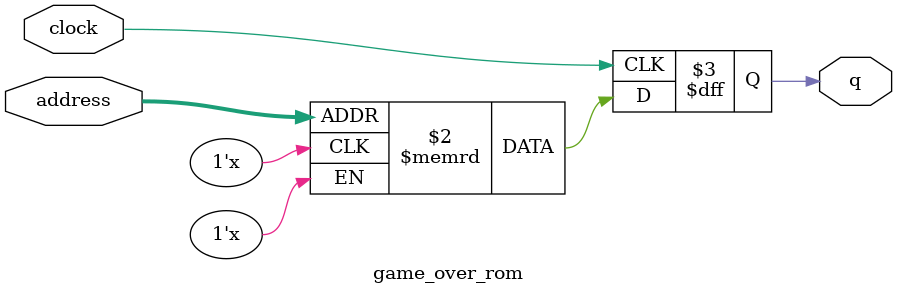
<source format=sv>
module game_over_rom (
	input logic clock,
	input logic [17:0] address,
	output logic [0:0] q
);

logic [0:0] memory [0:219023] /* synthesis ram_init_file = "./game_over/game_over.mif" */;

always_ff @ (posedge clock) begin
	q <= memory[address];
end

endmodule

</source>
